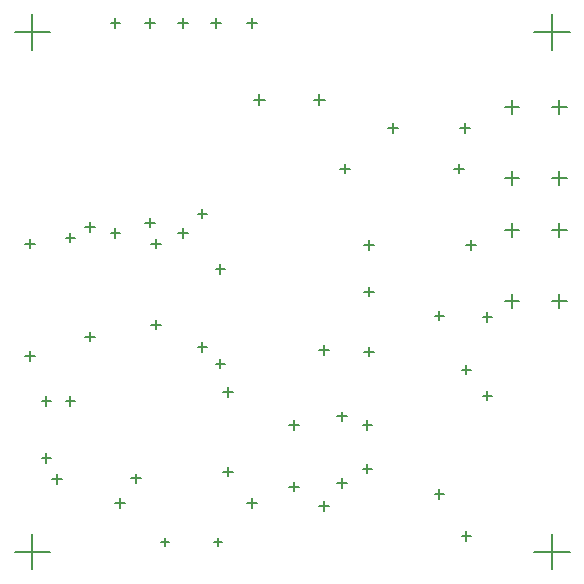
<source format=gbr>
%TF.GenerationSoftware,Altium Limited,Altium Designer,21.2.1 (34)*%
G04 Layer_Color=128*
%FSLAX25Y25*%
%MOIN*%
%TF.SameCoordinates,9F7D5B0E-9DD4-4BF0-BF89-A6B7BC673C6C*%
%TF.FilePolarity,Positive*%
%TF.FileFunction,Drillmap*%
%TF.Part,Single*%
G01*
G75*
%TA.AperFunction,NonConductor*%
%ADD76C,0.00500*%
D76*
X185138Y119000D02*
X189862D01*
X187500Y116638D02*
Y121362D01*
X169390Y119000D02*
X174114D01*
X171752Y116638D02*
Y121362D01*
X169390Y95378D02*
X174114D01*
X171752Y93016D02*
Y97740D01*
X185138Y95378D02*
X189862D01*
X187500Y93016D02*
Y97740D01*
X185138Y160000D02*
X189862D01*
X187500Y157638D02*
Y162362D01*
X169390Y160000D02*
X174114D01*
X171752Y157638D02*
Y162362D01*
X169390Y136378D02*
X174114D01*
X171752Y134016D02*
Y138740D01*
X185138Y136378D02*
X189862D01*
X187500Y134016D02*
Y138740D01*
X105728Y162500D02*
X109272D01*
X107500Y160728D02*
Y164272D01*
X85728Y162500D02*
X89272D01*
X87500Y160728D02*
Y164272D01*
X72339Y15000D02*
X75094D01*
X73716Y13622D02*
Y16378D01*
X54622Y15000D02*
X57378D01*
X56000Y13622D02*
Y16378D01*
X5906Y185039D02*
X17717D01*
X11811Y179134D02*
Y190945D01*
X179134Y185039D02*
X190945D01*
X185039Y179134D02*
Y190945D01*
X179134Y11811D02*
X190945D01*
X185039Y5906D02*
Y17717D01*
X5906Y11811D02*
X17717D01*
X11811Y5906D02*
Y17717D01*
X130425Y153000D02*
X133575D01*
X132000Y151425D02*
Y154575D01*
X161925Y63839D02*
X165075D01*
X163500Y62264D02*
Y65413D01*
X161925Y90000D02*
X165075D01*
X163500Y88425D02*
Y91575D01*
X154425Y153000D02*
X157575D01*
X156000Y151425D02*
Y154575D01*
X121925Y54000D02*
X125075D01*
X123500Y52425D02*
Y55575D01*
X121925Y39500D02*
X125075D01*
X123500Y37925D02*
Y41075D01*
X97425Y33500D02*
X100575D01*
X99000Y31925D02*
Y35075D01*
X97425Y54000D02*
X100575D01*
X99000Y52425D02*
Y55575D01*
X29419Y83494D02*
X32568D01*
X30994Y81919D02*
Y85068D01*
X29425Y119946D02*
X32575D01*
X31000Y118371D02*
Y121521D01*
X22925Y116500D02*
X26075D01*
X24500Y114925D02*
Y118075D01*
X22925Y62000D02*
X26075D01*
X24500Y60425D02*
Y63575D01*
X71425Y188000D02*
X74575D01*
X73000Y186425D02*
Y189575D01*
X122425Y114000D02*
X125575D01*
X124000Y112425D02*
Y115575D01*
X156425Y114000D02*
X159575D01*
X158000Y112425D02*
Y115575D01*
X39425Y28000D02*
X42575D01*
X41000Y26425D02*
Y29575D01*
X83425Y28000D02*
X86575D01*
X85000Y26425D02*
Y29575D01*
X18425Y36000D02*
X21575D01*
X20000Y34425D02*
Y37575D01*
X44756Y36219D02*
X47905D01*
X46331Y34644D02*
Y37794D01*
X14925Y43000D02*
X18075D01*
X16500Y41425D02*
Y44575D01*
X14925Y62000D02*
X18075D01*
X16500Y60425D02*
Y63575D01*
X154925Y17000D02*
X158075D01*
X156500Y15425D02*
Y18575D01*
X154925Y72500D02*
X158075D01*
X156500Y70925D02*
Y74075D01*
X83425Y188000D02*
X86575D01*
X85000Y186425D02*
Y189575D01*
X107425Y79000D02*
X110575D01*
X109000Y77425D02*
Y80575D01*
X114425Y139500D02*
X117575D01*
X116000Y137925D02*
Y141075D01*
X113425Y34669D02*
X116575D01*
X115000Y33094D02*
Y36244D01*
X113425Y56861D02*
X116575D01*
X115000Y55286D02*
Y58436D01*
X107425Y27000D02*
X110575D01*
X109000Y25425D02*
Y28575D01*
X122425Y78500D02*
X125575D01*
X124000Y76925D02*
Y80075D01*
X75425Y38500D02*
X78575D01*
X77000Y36925D02*
Y40075D01*
X75425Y65000D02*
X78575D01*
X77000Y63425D02*
Y66575D01*
X49425Y188000D02*
X52575D01*
X51000Y186425D02*
Y189575D01*
X49425Y121500D02*
X52575D01*
X51000Y119925D02*
Y123075D01*
X51425Y114500D02*
X54575D01*
X53000Y112925D02*
Y116075D01*
X66925Y124500D02*
X70075D01*
X68500Y122925D02*
Y126075D01*
X66925Y80000D02*
X70075D01*
X68500Y78425D02*
Y81575D01*
X60425Y188000D02*
X63575D01*
X62000Y186425D02*
Y189575D01*
X60425Y118000D02*
X63575D01*
X62000Y116425D02*
Y119575D01*
X37925Y188000D02*
X41075D01*
X39500Y186425D02*
Y189575D01*
X37925Y118000D02*
X41075D01*
X39500Y116425D02*
Y119575D01*
X72925Y106000D02*
X76075D01*
X74500Y104425D02*
Y107575D01*
X72925Y74500D02*
X76075D01*
X74500Y72925D02*
Y76075D01*
X51411Y87444D02*
X54560D01*
X52985Y85869D02*
Y89018D01*
X145925Y31000D02*
X149075D01*
X147500Y29425D02*
Y32575D01*
X145925Y90500D02*
X149075D01*
X147500Y88925D02*
Y92075D01*
X152425Y139500D02*
X155575D01*
X154000Y137925D02*
Y141075D01*
X9456Y77031D02*
X12606D01*
X11031Y75456D02*
Y78606D01*
X9425Y114500D02*
X12575D01*
X11000Y112925D02*
Y116075D01*
X122425Y98500D02*
X125575D01*
X124000Y96925D02*
Y100075D01*
%TF.MD5,11f1ea197ddb175c3eb0650d8e66e8d8*%
M02*

</source>
